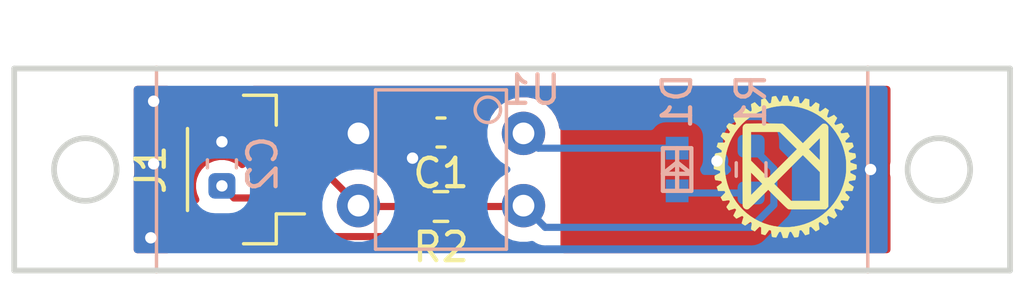
<source format=kicad_pcb>
(kicad_pcb (version 20171130) (host pcbnew "(5.1.6)-1")

  (general
    (thickness 0.8)
    (drawings 13)
    (tracks 36)
    (zones 0)
    (modules 8)
    (nets 6)
  )

  (page A4)
  (layers
    (0 F.Cu signal)
    (31 B.Cu signal)
    (32 B.Adhes user)
    (33 F.Adhes user)
    (34 B.Paste user)
    (35 F.Paste user)
    (36 B.SilkS user)
    (37 F.SilkS user)
    (38 B.Mask user)
    (39 F.Mask user)
    (40 Dwgs.User user)
    (41 Cmts.User user)
    (42 Eco1.User user)
    (43 Eco2.User user)
    (44 Edge.Cuts user)
    (45 Margin user)
    (46 B.CrtYd user)
    (47 F.CrtYd user)
    (48 B.Fab user)
    (49 F.Fab user)
  )

  (setup
    (last_trace_width 0.25)
    (trace_clearance 0.2)
    (zone_clearance 0.508)
    (zone_45_only no)
    (trace_min 0.2)
    (via_size 0.8)
    (via_drill 0.4)
    (via_min_size 0.4)
    (via_min_drill 0.3)
    (uvia_size 0.3)
    (uvia_drill 0.1)
    (uvias_allowed no)
    (uvia_min_size 0.2)
    (uvia_min_drill 0.1)
    (edge_width 0.05)
    (segment_width 0.2)
    (pcb_text_width 0.3)
    (pcb_text_size 1.5 1.5)
    (mod_edge_width 0.12)
    (mod_text_size 1 1)
    (mod_text_width 0.15)
    (pad_size 1.524 1.524)
    (pad_drill 0.762)
    (pad_to_mask_clearance 0.05)
    (aux_axis_origin 0 0)
    (visible_elements 7FFFFFFF)
    (pcbplotparams
      (layerselection 0x010fc_ffffffff)
      (usegerberextensions false)
      (usegerberattributes true)
      (usegerberadvancedattributes true)
      (creategerberjobfile true)
      (excludeedgelayer true)
      (linewidth 0.100000)
      (plotframeref false)
      (viasonmask false)
      (mode 1)
      (useauxorigin false)
      (hpglpennumber 1)
      (hpglpenspeed 20)
      (hpglpendiameter 15.000000)
      (psnegative false)
      (psa4output false)
      (plotreference true)
      (plotvalue true)
      (plotinvisibletext false)
      (padsonsilk false)
      (subtractmaskfromsilk false)
      (outputformat 1)
      (mirror false)
      (drillshape 1)
      (scaleselection 1)
      (outputdirectory ""))
  )

  (net 0 "")
  (net 1 GND)
  (net 2 +5V)
  (net 3 "Net-(D1-Pad1)")
  (net 4 "Net-(D1-Pad2)")
  (net 5 OUT)

  (net_class Default "This is the default net class."
    (clearance 0.2)
    (trace_width 0.25)
    (via_dia 0.8)
    (via_drill 0.4)
    (uvia_dia 0.3)
    (uvia_drill 0.1)
    (add_net +5V)
    (add_net GND)
    (add_net "Net-(D1-Pad1)")
    (add_net "Net-(D1-Pad2)")
    (add_net OUT)
  )

  (module Symbol:SH-Logo_5x5mm (layer F.Cu) (tedit 0) (tstamp 609BA298)
    (at 171.6 108.9)
    (fp_text reference G*** (at 0 0) (layer F.SilkS) hide
      (effects (font (size 1.524 1.524) (thickness 0.3)))
    )
    (fp_text value LOGO (at 0.75 0) (layer F.SilkS) hide
      (effects (font (size 1.524 1.524) (thickness 0.3)))
    )
    (fp_poly (pts (xy 0.110392 -2.393179) (xy 0.12568 -2.348714) (xy 0.138078 -2.317574) (xy 0.149328 -2.297366)
      (xy 0.161173 -2.285696) (xy 0.175352 -2.280169) (xy 0.193609 -2.278393) (xy 0.193912 -2.278383)
      (xy 0.202648 -2.280609) (xy 0.212374 -2.289261) (xy 0.224593 -2.306449) (xy 0.240806 -2.33428)
      (xy 0.262108 -2.374081) (xy 0.281317 -2.410336) (xy 0.298168 -2.441389) (xy 0.311044 -2.46431)
      (xy 0.318325 -2.476171) (xy 0.318951 -2.476942) (xy 0.328854 -2.478189) (xy 0.350146 -2.47692)
      (xy 0.378139 -2.473796) (xy 0.408147 -2.469477) (xy 0.435482 -2.464624) (xy 0.455455 -2.459897)
      (xy 0.462982 -2.456653) (xy 0.465555 -2.447616) (xy 0.470007 -2.425435) (xy 0.475773 -2.39317)
      (xy 0.482287 -2.35388) (xy 0.484236 -2.341602) (xy 0.501734 -2.230308) (xy 0.526375 -2.22538)
      (xy 0.547445 -2.221818) (xy 0.561507 -2.220452) (xy 0.569372 -2.226709) (xy 0.584619 -2.243724)
      (xy 0.60519 -2.268857) (xy 0.629026 -2.299473) (xy 0.654069 -2.332932) (xy 0.67826 -2.366598)
      (xy 0.697325 -2.394476) (xy 0.706922 -2.395576) (xy 0.728477 -2.39195) (xy 0.75848 -2.384274)
      (xy 0.773116 -2.379891) (xy 0.843936 -2.357811) (xy 0.843978 -2.242018) (xy 0.844019 -2.126226)
      (xy 0.874703 -2.113015) (xy 0.905387 -2.099805) (xy 0.988164 -2.181311) (xy 1.07094 -2.262817)
      (xy 1.138464 -2.228866) (xy 1.170549 -2.212211) (xy 1.190228 -2.200211) (xy 1.200033 -2.190789)
      (xy 1.202498 -2.181869) (xy 1.201772 -2.176958) (xy 1.198889 -2.16186) (xy 1.194286 -2.134613)
      (xy 1.188632 -2.099278) (xy 1.183416 -2.06537) (xy 1.169278 -1.971739) (xy 1.19301 -1.952749)
      (xy 1.210135 -1.940285) (xy 1.221902 -1.933926) (xy 1.223076 -1.933718) (xy 1.231663 -1.938289)
      (xy 1.250814 -1.950853) (xy 1.277931 -1.969636) (xy 1.310418 -1.992867) (xy 1.320213 -1.999994)
      (xy 1.411016 -2.06631) (xy 1.45317 -2.036851) (xy 1.478911 -2.018602) (xy 1.501756 -2.001964)
      (xy 1.513501 -1.993067) (xy 1.531679 -1.978742) (xy 1.463717 -1.76169) (xy 1.482996 -1.741168)
      (xy 1.49951 -1.727133) (xy 1.513655 -1.72069) (xy 1.514509 -1.720645) (xy 1.526051 -1.724324)
      (xy 1.548836 -1.734376) (xy 1.57972 -1.749329) (xy 1.61556 -1.767708) (xy 1.620867 -1.770509)
      (xy 1.714992 -1.820373) (xy 1.769028 -1.766297) (xy 1.823065 -1.71222) (xy 1.773904 -1.616151)
      (xy 1.755437 -1.580016) (xy 1.739739 -1.549207) (xy 1.728285 -1.526627) (xy 1.72255 -1.515176)
      (xy 1.722228 -1.514498) (xy 1.725634 -1.505545) (xy 1.737188 -1.489803) (xy 1.742712 -1.483429)
      (xy 1.76571 -1.457943) (xy 1.863649 -1.490972) (xy 1.902075 -1.50359) (xy 1.93565 -1.513984)
      (xy 1.960914 -1.521126) (xy 1.974405 -1.523987) (xy 1.974823 -1.524) (xy 1.984704 -1.517774)
      (xy 2.000526 -1.501651) (xy 2.019287 -1.47947) (xy 2.037985 -1.455065) (xy 2.053618 -1.432273)
      (xy 2.063185 -1.414931) (xy 2.064775 -1.40904) (xy 2.060176 -1.399673) (xy 2.047585 -1.379872)
      (xy 2.028804 -1.35234) (xy 2.005638 -1.319778) (xy 2.000034 -1.312075) (xy 1.935294 -1.223429)
      (xy 1.95239 -1.195505) (xy 1.963347 -1.177537) (xy 1.969736 -1.166927) (xy 1.970308 -1.165924)
      (xy 1.978202 -1.166524) (xy 1.999117 -1.16937) (xy 2.029912 -1.174008) (xy 2.067446 -1.179981)
      (xy 2.069162 -1.180261) (xy 2.108788 -1.186507) (xy 2.143654 -1.191601) (xy 2.169926 -1.195009)
      (xy 2.183581 -1.196198) (xy 2.194357 -1.191798) (xy 2.206976 -1.177291) (xy 2.223016 -1.150613)
      (xy 2.233284 -1.131144) (xy 2.2666 -1.066146) (xy 2.185505 -0.98505) (xy 2.104409 -0.903954)
      (xy 2.129487 -0.843936) (xy 2.358396 -0.843936) (xy 2.379553 -0.780408) (xy 2.38942 -0.749674)
      (xy 2.396831 -0.724478) (xy 2.400518 -0.709205) (xy 2.40071 -0.707344) (xy 2.394448 -0.699248)
      (xy 2.377273 -0.683662) (xy 2.351606 -0.662625) (xy 2.319865 -0.638179) (xy 2.309991 -0.630833)
      (xy 2.269429 -0.599983) (xy 2.242078 -0.576982) (xy 2.227169 -0.561124) (xy 2.223937 -0.551705)
      (xy 2.223959 -0.551647) (xy 2.228319 -0.534773) (xy 2.228771 -0.529862) (xy 2.231029 -0.517587)
      (xy 2.23896 -0.5079) (xy 2.254847 -0.499878) (xy 2.280969 -0.492599) (xy 2.319608 -0.485142)
      (xy 2.352917 -0.4797) (xy 2.462102 -0.462554) (xy 2.471991 -0.409487) (xy 2.478819 -0.372876)
      (xy 2.482186 -0.346429) (xy 2.480283 -0.327156) (xy 2.471298 -0.312069) (xy 2.453424 -0.298176)
      (xy 2.424849 -0.28249) (xy 2.383764 -0.262019) (xy 2.382275 -0.261277) (xy 2.281904 -0.211282)
      (xy 2.284659 -0.176763) (xy 2.287415 -0.142244) (xy 2.397321 -0.106285) (xy 2.507226 -0.070325)
      (xy 2.507226 0.079189) (xy 2.39742 0.11356) (xy 2.287615 0.147931) (xy 2.284759 0.183703)
      (xy 2.281904 0.219475) (xy 2.382275 0.26947) (xy 2.423359 0.289902) (xy 2.451954 0.305358)
      (xy 2.469937 0.31874) (xy 2.47919 0.332948) (xy 2.48159 0.350884) (xy 2.479017 0.37545)
      (xy 2.47335 0.409546) (xy 2.473281 0.409967) (xy 2.465989 0.444734) (xy 2.457866 0.464555)
      (xy 2.450749 0.470526) (xy 2.437697 0.473201) (xy 2.412227 0.477547) (xy 2.378149 0.482937)
      (xy 2.343355 0.488152) (xy 2.305261 0.494365) (xy 2.272863 0.500854) (xy 2.249786 0.506812)
      (xy 2.239931 0.511107) (xy 2.232025 0.525263) (xy 2.225888 0.546458) (xy 2.225867 0.546567)
      (xy 2.224464 0.557342) (xy 2.226057 0.566694) (xy 2.232586 0.576699) (xy 2.245991 0.589429)
      (xy 2.268212 0.606961) (xy 2.301188 0.631367) (xy 2.313764 0.640556) (xy 2.406526 0.708268)
      (xy 2.382402 0.780199) (xy 2.358278 0.852129) (xy 2.129487 0.852129) (xy 2.116977 0.882068)
      (xy 2.104468 0.912008) (xy 2.264868 1.073012) (xy 2.232826 1.138732) (xy 2.215168 1.17205)
      (xy 2.200211 1.194586) (xy 2.189383 1.20424) (xy 2.188086 1.20445) (xy 2.175443 1.20318)
      (xy 2.150221 1.199717) (xy 2.116001 1.194581) (xy 2.076364 1.188291) (xy 2.073835 1.187879)
      (xy 2.035237 1.181772) (xy 2.003062 1.177045) (xy 1.980438 1.174129) (xy 1.970498 1.173459)
      (xy 1.970312 1.173542) (xy 1.965237 1.181315) (xy 1.955067 1.197862) (xy 1.951823 1.203235)
      (xy 1.935303 1.230695) (xy 2.000039 1.31978) (xy 2.023864 1.353008) (xy 2.043741 1.381569)
      (xy 2.057883 1.402832) (xy 2.064503 1.414168) (xy 2.064775 1.415113) (xy 2.060223 1.425941)
      (xy 2.048435 1.4451) (xy 2.032204 1.468756) (xy 2.014328 1.493077) (xy 1.997603 1.514228)
      (xy 1.984825 1.528376) (xy 1.979453 1.532086) (xy 1.96867 1.529682) (xy 1.945517 1.523185)
      (xy 1.913217 1.513538) (xy 1.874994 1.501683) (xy 1.868129 1.499513) (xy 1.76571 1.467047)
      (xy 1.742577 1.490137) (xy 1.719444 1.513226) (xy 1.771074 1.616879) (xy 1.822704 1.720531)
      (xy 1.770426 1.773279) (xy 1.718147 1.826026) (xy 1.509761 1.721604) (xy 1.486814 1.745554)
      (xy 1.463868 1.769505) (xy 1.495113 1.870026) (xy 1.507151 1.908634) (xy 1.517569 1.941819)
      (xy 1.525334 1.966306) (xy 1.529411 1.978818) (xy 1.529608 1.97937) (xy 1.524763 1.987446)
      (xy 1.509397 2.002076) (xy 1.486635 2.020745) (xy 1.459606 2.040939) (xy 1.431437 2.060142)
      (xy 1.420942 2.066744) (xy 1.410359 2.064528) (xy 1.388764 2.053074) (xy 1.357911 2.033424)
      (xy 1.319553 2.006616) (xy 1.319308 2.006439) (xy 1.227591 1.940067) (xy 1.199634 1.955122)
      (xy 1.181114 1.968655) (xy 1.171951 1.982536) (xy 1.171678 1.98479) (xy 1.172924 1.998601)
      (xy 1.176242 2.024348) (xy 1.180998 2.057803) (xy 1.186557 2.094741) (xy 1.192288 2.130934)
      (xy 1.197557 2.162156) (xy 1.201102 2.181155) (xy 1.202235 2.192095) (xy 1.198747 2.201033)
      (xy 1.188035 2.210289) (xy 1.167495 2.222184) (xy 1.138264 2.23716) (xy 1.07094 2.27101)
      (xy 0.988164 2.189511) (xy 0.905387 2.108013) (xy 0.874662 2.120279) (xy 0.843936 2.132546)
      (xy 0.843936 2.364558) (xy 0.773644 2.387449) (xy 0.742471 2.397249) (xy 0.717913 2.404303)
      (xy 0.703559 2.407614) (xy 0.701342 2.407573) (xy 0.696065 2.400272) (xy 0.683033 2.382231)
      (xy 0.664084 2.355996) (xy 0.641057 2.324113) (xy 0.635722 2.316726) (xy 0.611382 2.284069)
      (xy 0.589686 2.256891) (xy 0.572728 2.237679) (xy 0.562603 2.228923) (xy 0.561564 2.228645)
      (xy 0.546283 2.230177) (xy 0.526348 2.233579) (xy 0.50168 2.238512) (xy 0.48388 2.350147)
      (xy 0.476808 2.391153) (xy 0.469758 2.426181) (xy 0.463433 2.452116) (xy 0.458537 2.465843)
      (xy 0.457491 2.467091) (xy 0.445052 2.470928) (xy 0.422126 2.475184) (xy 0.403002 2.477795)
      (xy 0.374009 2.481619) (xy 0.349362 2.485584) (xy 0.339288 2.487661) (xy 0.331439 2.487979)
      (xy 0.323421 2.483404) (xy 0.313712 2.471864) (xy 0.300791 2.45129) (xy 0.283135 2.419613)
      (xy 0.266795 2.389066) (xy 0.245115 2.34852) (xy 0.229252 2.320292) (xy 0.217461 2.302161)
      (xy 0.207999 2.291905) (xy 0.199121 2.287305) (xy 0.189082 2.286139) (xy 0.185946 2.286125)
      (xy 0.164943 2.287981) (xy 0.151182 2.292267) (xy 0.151178 2.29227) (xy 0.14559 2.301966)
      (xy 0.136421 2.324204) (xy 0.124865 2.355848) (xy 0.112116 2.393763) (xy 0.109884 2.400709)
      (xy 0.077187 2.503129) (xy 0.002391 2.505476) (xy -0.030857 2.505847) (xy -0.057375 2.50488)
      (xy -0.073297 2.502775) (xy -0.076068 2.501379) (xy -0.079913 2.491479) (xy -0.087683 2.469271)
      (xy -0.098251 2.438036) (xy -0.110494 2.401055) (xy -0.110607 2.400709) (xy -0.123312 2.363139)
      (xy -0.13498 2.330802) (xy -0.144306 2.30718) (xy -0.149927 2.295827) (xy -0.163881 2.288959)
      (xy -0.186543 2.287573) (xy -0.187299 2.287634) (xy -0.199365 2.289268) (xy -0.209204 2.293403)
      (xy -0.218724 2.302418) (xy -0.229833 2.318691) (xy -0.244438 2.344599) (xy -0.264447 2.382522)
      (xy -0.266383 2.386232) (xy -0.285257 2.422154) (xy -0.30149 2.452575) (xy -0.313557 2.47467)
      (xy -0.319931 2.485614) (xy -0.320395 2.486223) (xy -0.329553 2.486691) (xy -0.350181 2.484802)
      (xy -0.377649 2.481254) (xy -0.407327 2.476746) (xy -0.434584 2.471978) (xy -0.454792 2.467647)
      (xy -0.463158 2.464669) (xy -0.465746 2.455628) (xy -0.470227 2.433448) (xy -0.476032 2.401191)
      (xy -0.482591 2.36192) (xy -0.484532 2.349787) (xy -0.502136 2.238675) (xy -0.535793 2.231477)
      (xy -0.569451 2.224279) (xy -0.633384 2.312278) (xy -0.65756 2.345203) (xy -0.678563 2.373148)
      (xy -0.6944 2.393511) (xy -0.703081 2.403689) (xy -0.70379 2.404278) (xy -0.714024 2.403698)
      (xy -0.735737 2.398698) (xy -0.764936 2.390255) (xy -0.7771 2.386368) (xy -0.843935 2.364458)
      (xy -0.843935 2.132546) (xy -0.874661 2.120279) (xy -0.905387 2.108013) (xy -0.988163 2.189511)
      (xy -1.070939 2.27101) (xy -1.138019 2.237283) (xy -1.169535 2.221184) (xy -1.188984 2.209853)
      (xy -1.198982 2.200781) (xy -1.202146 2.191461) (xy -1.201093 2.179386) (xy -1.200733 2.177181)
      (xy -1.197395 2.157094) (xy -1.192274 2.12635) (xy -1.186285 2.090455) (xy -1.184048 2.077064)
      (xy -1.177113 2.034302) (xy -1.173388 2.004628) (xy -1.173268 1.984989) (xy -1.17715 1.972329)
      (xy -1.185431 1.963595) (xy -1.198508 1.95573) (xy -1.199903 1.954977) (xy -1.22813 1.939776)
      (xy -1.312565 2.000897) (xy -1.345299 2.024493) (xy -1.373612 2.044717) (xy -1.394655 2.059545)
      (xy -1.405576 2.066955) (xy -1.405996 2.067207) (xy -1.415611 2.064816) (xy -1.434604 2.054981)
      (xy -1.459224 2.040067) (xy -1.485724 2.022439) (xy -1.510353 2.004464) (xy -1.526462 1.991182)
      (xy -1.526462 1.981663) (xy -1.521927 1.959627) (xy -1.513599 1.928066) (xy -1.502221 1.889977)
      (xy -1.498301 1.877657) (xy -1.463582 1.770026) (xy -1.482929 1.749432) (xy -1.499067 1.735405)
      (xy -1.512394 1.728895) (xy -1.513264 1.728838) (xy -1.524367 1.732353) (xy -1.546951 1.741969)
      (xy -1.577919 1.756293) (xy -1.61418 1.773932) (xy -1.621196 1.777435) (xy -1.718141 1.826032)
      (xy -1.770422 1.773281) (xy -1.822704 1.720531) (xy -1.771073 1.616879) (xy -1.719443 1.513226)
      (xy -1.742576 1.490137) (xy -1.765709 1.467047) (xy -1.868129 1.499513) (xy -1.906972 1.511643)
      (xy -1.940372 1.521729) (xy -1.965128 1.52883) (xy -1.978041 1.532004) (xy -1.978838 1.532086)
      (xy -1.987103 1.52591) (xy -2.001441 1.509832) (xy -2.018996 1.487692) (xy -2.036915 1.463329)
      (xy -2.052343 1.440584) (xy -2.062426 1.423295) (xy -2.064774 1.416486) (xy -2.060183 1.406939)
      (xy -2.047636 1.387032) (xy -2.028971 1.359541) (xy -2.006026 1.327245) (xy -2.002478 1.322361)
      (xy -1.975001 1.283766) (xy -1.956916 1.255191) (xy -1.947382 1.233854) (xy -1.94556 1.216975)
      (xy -1.95061 1.201775) (xy -1.961274 1.186008) (xy -1.966539 1.180457) (xy -1.97386 1.177187)
      (xy -1.985984 1.176277) (xy -2.005658 1.177806) (xy -2.035629 1.181854) (xy -2.078645 1.188501)
      (xy -2.085649 1.189609) (xy -2.129921 1.196066) (xy -2.165536 1.200146) (xy -2.190138 1.201641)
      (xy -2.201372 1.200343) (xy -2.201773 1.199859) (xy -2.206801 1.189414) (xy -2.217583 1.168635)
      (xy -2.232011 1.141567) (xy -2.235662 1.134806) (xy -2.26671 1.077451) (xy -2.185587 0.994734)
      (xy -2.104463 0.912018) (xy -2.116975 0.882073) (xy -2.129486 0.852129) (xy -2.358278 0.852129)
      (xy -2.4066 0.708047) (xy -2.313557 0.640051) (xy -2.276678 0.612847) (xy -2.25126 0.593139)
      (xy -2.235381 0.578965) (xy -2.227121 0.568361) (xy -2.224559 0.559365) (xy -2.225713 0.550269)
      (xy -2.230802 0.531455) (xy -2.237448 0.518053) (xy -2.248472 0.508602) (xy -2.266697 0.501641)
      (xy -2.294944 0.495706) (xy -2.336037 0.489336) (xy -2.346193 0.48786) (xy -2.385671 0.481843)
      (xy -2.419365 0.47615) (xy -2.443885 0.471393) (xy -2.455844 0.468183) (xy -2.456173 0.468001)
      (xy -2.461177 0.457995) (xy -2.467227 0.436526) (xy -2.473351 0.408392) (xy -2.478576 0.378393)
      (xy -2.481929 0.351326) (xy -2.482645 0.337376) (xy -2.480087 0.328693) (xy -2.471002 0.31905)
      (xy -2.453275 0.307004) (xy -2.424787 0.291113) (xy -2.384322 0.270387) (xy -2.286 0.221099)
      (xy -2.286 0.149053) (xy -2.396613 0.11411) (xy -2.507225 0.079167) (xy -2.507225 -0.000986)
      (xy -2.129306 -0.000986) (xy -2.124889 0.117235) (xy -2.114163 0.229419) (xy -2.084149 0.415218)
      (xy -2.039373 0.595074) (xy -1.980442 0.768327) (xy -1.90796 0.934317) (xy -1.82253 1.092386)
      (xy -1.724759 1.241874) (xy -1.61525 1.382122) (xy -1.494608 1.51247) (xy -1.363438 1.632259)
      (xy -1.222344 1.740831) (xy -1.07193 1.837525) (xy -0.912802 1.921682) (xy -0.745564 1.992643)
      (xy -0.57082 2.049748) (xy -0.409549 2.08837) (xy -0.226048 2.117065) (xy -0.04304 2.129883)
      (xy 0.138393 2.126789) (xy 0.303661 2.109766) (xy 0.49184 2.074567) (xy 0.672635 2.024809)
      (xy 0.845929 1.960528) (xy 1.009966 1.882633) (xy 1.17169 1.787824) (xy 1.322794 1.680781)
      (xy 1.462839 1.562109) (xy 1.591389 1.432414) (xy 1.708005 1.292301) (xy 1.812251 1.142375)
      (xy 1.903688 0.983241) (xy 1.98188 0.815505) (xy 2.046388 0.639772) (xy 2.096775 0.456646)
      (xy 2.119186 0.348226) (xy 2.125888 0.310543) (xy 2.131107 0.277851) (xy 2.135025 0.247256)
      (xy 2.137828 0.215863) (xy 2.139698 0.18078) (xy 2.14082 0.139112) (xy 2.141376 0.087966)
      (xy 2.141552 0.024447) (xy 2.141556 -0.004097) (xy 2.141443 -0.07343) (xy 2.141013 -0.129324)
      (xy 2.14008 -0.174723) (xy 2.138458 -0.212576) (xy 2.135962 -0.245827) (xy 2.132405 -0.277425)
      (xy 2.127601 -0.310314) (xy 2.121365 -0.347442) (xy 2.119069 -0.360516) (xy 2.078505 -0.544789)
      (xy 2.023356 -0.722642) (xy 1.95419 -0.893379) (xy 1.871578 -1.056303) (xy 1.776088 -1.210719)
      (xy 1.668289 -1.355928) (xy 1.54875 -1.491236) (xy 1.41804 -1.615946) (xy 1.276729 -1.72936)
      (xy 1.125385 -1.830784) (xy 0.964578 -1.91952) (xy 0.794876 -1.994872) (xy 0.778387 -2.00128)
      (xy 0.602843 -2.060179) (xy 0.425354 -2.103247) (xy 0.246822 -2.130776) (xy 0.068149 -2.143058)
      (xy -0.109763 -2.140385) (xy -0.286013 -2.123047) (xy -0.459699 -2.091338) (xy -0.629918 -2.045548)
      (xy -0.79577 -1.98597) (xy -0.956352 -1.912896) (xy -1.110763 -1.826617) (xy -1.258101 -1.727424)
      (xy -1.397464 -1.615611) (xy -1.527949 -1.491468) (xy -1.648657 -1.355287) (xy -1.758684 -1.20736)
      (xy -1.781543 -1.172999) (xy -1.876166 -1.012904) (xy -1.955962 -0.845844) (xy -2.020912 -0.671874)
      (xy -2.070995 -0.491048) (xy -2.106193 -0.303421) (xy -2.114167 -0.243141) (xy -2.125732 -0.118687)
      (xy -2.129306 -0.000986) (xy -2.507225 -0.000986) (xy -2.507225 -0.070325) (xy -2.396613 -0.106516)
      (xy -2.286 -0.142708) (xy -2.286 -0.212906) (xy -2.385222 -0.262645) (xy -2.484444 -0.312383)
      (xy -2.478833 -0.364775) (xy -2.474883 -0.402351) (xy -2.470691 -0.428965) (xy -2.46366 -0.446976)
      (xy -2.451193 -0.458741) (xy -2.430691 -0.466617) (xy -2.399557 -0.472961) (xy -2.355193 -0.480131)
      (xy -2.350968 -0.480815) (xy -2.310712 -0.487377) (xy -2.276813 -0.492939) (xy -2.252266 -0.497009)
      (xy -2.240066 -0.499092) (xy -2.239272 -0.499251) (xy -2.234335 -0.50791) (xy -2.229886 -0.526103)
      (xy -2.227001 -0.546986) (xy -2.226756 -0.563716) (xy -2.22832 -0.568908) (xy -2.237509 -0.576795)
      (xy -2.257273 -0.592022) (xy -2.2848 -0.612472) (xy -2.31728 -0.636029) (xy -2.320836 -0.638577)
      (xy -2.405975 -0.699509) (xy -2.384113 -0.769674) (xy -2.362252 -0.839839) (xy -2.245774 -0.842115)
      (xy -2.129295 -0.844392) (xy -2.116879 -0.874108) (xy -2.104463 -0.903825) (xy -2.186568 -0.986541)
      (xy -2.268674 -1.069258) (xy -2.234321 -1.132632) (xy -2.21493 -1.166178) (xy -2.200017 -1.186401)
      (xy -2.188046 -1.195218) (xy -2.18358 -1.195983) (xy -2.16933 -1.194703) (xy -2.142757 -1.191237)
      (xy -2.1077 -1.186118) (xy -2.069199 -1.180077) (xy -2.031446 -1.1741) (xy -2.000295 -1.169437)
      (xy -1.978889 -1.16654) (xy -1.970374 -1.165861) (xy -1.970345 -1.165887) (xy -1.965956 -1.173238)
      (xy -1.956065 -1.189495) (xy -1.95239 -1.195505) (xy -1.935294 -1.223429) (xy -2.000034 -1.312075)
      (xy -2.023935 -1.345392) (xy -2.043854 -1.374285) (xy -2.057988 -1.396051) (xy -2.064532 -1.407989)
      (xy -2.064774 -1.40904) (xy -2.059902 -1.421668) (xy -2.047287 -1.441889) (xy -2.029931 -1.465866)
      (xy -2.010835 -1.489762) (xy -1.993001 -1.509742) (xy -1.979432 -1.521969) (xy -1.974823 -1.524)
      (xy -1.962296 -1.521481) (xy -1.937751 -1.514608) (xy -1.90465 -1.504411) (xy -1.866454 -1.491916)
      (xy -1.863648 -1.490972) (xy -1.765709 -1.457943) (xy -1.720781 -1.507719) (xy -1.822811 -1.712553)
      (xy -1.769471 -1.765893) (xy -1.716132 -1.819233) (xy -1.620075 -1.769384) (xy -1.576962 -1.747577)
      (xy -1.545319 -1.733496) (xy -1.52242 -1.726681) (xy -1.505538 -1.726673) (xy -1.491947 -1.733013)
      (xy -1.47892 -1.745243) (xy -1.478621 -1.745574) (xy -1.472771 -1.752964) (xy -1.469822 -1.761275)
      (xy -1.470196 -1.773448) (xy -1.474314 -1.792425) (xy -1.482598 -1.821148) (xy -1.495332 -1.862123)
      (xy -1.507457 -1.90067) (xy -1.51792 -1.933817) (xy -1.525682 -1.958279) (xy -1.529704 -1.970776)
      (xy -1.529885 -1.971311) (xy -1.5249 -1.978767) (xy -1.510139 -1.992928) (xy -1.489144 -2.01095)
      (xy -1.465458 -2.02999) (xy -1.44262 -2.047202) (xy -1.424173 -2.059743) (xy -1.413659 -2.064769)
      (xy -1.413499 -2.064774) (xy -1.40591 -2.060223) (xy -1.387626 -2.047743) (xy -1.361168 -2.029094)
      (xy -1.329057 -2.006039) (xy -1.319403 -1.999039) (xy -1.228942 -1.933303) (xy -1.203985 -1.946209)
      (xy -1.185624 -1.958259) (xy -1.174876 -1.970022) (xy -1.174575 -1.970719) (xy -1.174127 -1.983086)
      (xy -1.17622 -2.008324) (xy -1.180422 -2.04319) (xy -1.186306 -2.084438) (xy -1.19344 -2.128824)
      (xy -1.201367 -2.172962) (xy -1.202346 -2.183922) (xy -1.198691 -2.192908) (xy -1.187787 -2.202239)
      (xy -1.16702 -2.214237) (xy -1.138268 -2.228965) (xy -1.070949 -2.262812) (xy -0.990656 -2.182821)
      (xy -0.910363 -2.102829) (xy -0.877149 -2.113791) (xy -0.843935 -2.124752) (xy -0.843935 -2.358751)
      (xy -0.773445 -2.380251) (xy -0.742164 -2.38947) (xy -0.717576 -2.396107) (xy -0.703286 -2.399218)
      (xy -0.701144 -2.399183) (xy -0.695943 -2.39196) (xy -0.682973 -2.373983) (xy -0.664059 -2.347781)
      (xy -0.641027 -2.315883) (xy -0.635333 -2.307999) (xy -0.571334 -2.219386) (xy -0.537619 -2.224951)
      (xy -0.51656 -2.22863) (xy -0.504146 -2.231186) (xy -0.502856 -2.23163) (xy -0.501259 -2.239656)
      (xy -0.497609 -2.260891) (xy -0.492403 -2.292359) (xy -0.486139 -2.33108) (xy -0.48426 -2.342832)
      (xy -0.477581 -2.383352) (xy -0.471497 -2.417726) (xy -0.466585 -2.442879) (xy -0.46342 -2.455732)
      (xy -0.462944 -2.45669) (xy -0.453918 -2.459607) (xy -0.433496 -2.46427) (xy -0.406449 -2.46976)
      (xy -0.37755 -2.475159) (xy -0.351571 -2.479547) (xy -0.333285 -2.482006) (xy -0.330408 -2.482214)
      (xy -0.323314 -2.475509) (xy -0.310413 -2.456795) (xy -0.293332 -2.428669) (xy -0.273699 -2.393727)
      (xy -0.266451 -2.380226) (xy -0.243943 -2.338579) (xy -0.227096 -2.309633) (xy -0.214451 -2.291329)
      (xy -0.204545 -2.281609) (xy -0.195917 -2.278417) (xy -0.194139 -2.278383) (xy -0.17573 -2.280107)
      (xy -0.161454 -2.285529) (xy -0.149567 -2.297041) (xy -0.13832 -2.317037) (xy -0.125969 -2.347911)
      (xy -0.110766 -2.392057) (xy -0.110392 -2.393179) (xy -0.076464 -2.494936) (xy 0.076465 -2.494936)
      (xy 0.110392 -2.393179)) (layer F.SilkS) (width 0.01))
    (fp_poly (pts (xy -0.651644 -1.516105) (xy -0.562649 -1.515823) (xy -0.476902 -1.515351) (xy -0.396037 -1.514691)
      (xy -0.321692 -1.513843) (xy -0.255502 -1.512805) (xy -0.199104 -1.511579) (xy -0.154133 -1.510164)
      (xy -0.122226 -1.50856) (xy -0.105019 -1.506768) (xy -0.104871 -1.506737) (xy -0.09556 -1.50463)
      (xy -0.086624 -1.501816) (xy -0.077075 -1.497399) (xy -0.065924 -1.490481) (xy -0.052184 -1.480167)
      (xy -0.034866 -1.46556) (xy -0.012984 -1.445762) (xy 0.014452 -1.419878) (xy 0.048429 -1.387011)
      (xy 0.089935 -1.346263) (xy 0.139958 -1.296739) (xy 0.199486 -1.237542) (xy 0.269507 -1.167775)
      (xy 0.27871 -1.158602) (xy 0.61887 -0.819536) (xy 0.95058 -1.151819) (xy 1.012128 -1.213279)
      (xy 1.070799 -1.271494) (xy 1.125476 -1.32538) (xy 1.175039 -1.373851) (xy 1.218372 -1.415823)
      (xy 1.254354 -1.450212) (xy 1.28187 -1.475932) (xy 1.299799 -1.4919) (xy 1.306244 -1.496803)
      (xy 1.337799 -1.506608) (xy 1.375958 -1.508876) (xy 1.412781 -1.503613) (xy 1.431234 -1.496687)
      (xy 1.465641 -1.471786) (xy 1.492996 -1.438405) (xy 1.50937 -1.401704) (xy 1.5115 -1.391201)
      (xy 1.512028 -1.37929) (xy 1.512512 -1.351867) (xy 1.51295 -1.309808) (xy 1.513342 -1.253987)
      (xy 1.513686 -1.185279) (xy 1.51398 -1.104561) (xy 1.514222 -1.012707) (xy 1.514411 -0.910591)
      (xy 1.514545 -0.799091) (xy 1.514622 -0.67908) (xy 1.514642 -0.551433) (xy 1.514602 -0.417027)
      (xy 1.514501 -0.276736) (xy 1.514336 -0.131435) (xy 1.514108 0.018001) (xy 1.514102 0.021085)
      (xy 1.51171 1.398202) (xy 1.491965 1.427017) (xy 1.471292 1.451416) (xy 1.446624 1.473286)
      (xy 1.443409 1.475577) (xy 1.414598 1.495322) (xy 0.780596 1.497567) (xy 0.648074 1.497943)
      (xy 0.531436 1.498075) (xy 0.430178 1.497955) (xy 0.343799 1.49758) (xy 0.271797 1.496944)
      (xy 0.213668 1.496041) (xy 0.168911 1.494867) (xy 0.137023 1.493417) (xy 0.117502 1.491686)
      (xy 0.112216 1.490711) (xy 0.103719 1.487619) (xy 0.093457 1.481958) (xy 0.080487 1.472848)
      (xy 0.063863 1.459414) (xy 0.042644 1.440777) (xy 0.015884 1.416061) (xy -0.01736 1.384387)
      (xy -0.058032 1.344879) (xy -0.107075 1.296659) (xy -0.165434 1.23885) (xy -0.234052 1.170574)
      (xy -0.260239 1.144469) (xy -0.598317 0.807327) (xy -0.93211 1.140793) (xy -1.015105 1.223419)
      (xy -1.08702 1.294392) (xy -1.148077 1.353924) (xy -1.198501 1.402226) (xy -1.238512 1.439511)
      (xy -1.268335 1.46599) (xy -1.288193 1.481875) (xy -1.296366 1.486839) (xy -1.335841 1.497828)
      (xy -1.373202 1.495487) (xy -1.405532 1.484018) (xy -1.446329 1.457028) (xy -1.475293 1.418946)
      (xy -1.490495 1.376352) (xy -1.491689 1.362581) (xy -1.492802 1.333486) (xy -1.493834 1.290132)
      (xy -1.494785 1.233583) (xy -1.495656 1.164902) (xy -1.496446 1.085153) (xy -1.497155 0.995399)
      (xy -1.497784 0.896705) (xy -1.498332 0.790134) (xy -1.4988 0.676751) (xy -1.499048 0.60024)
      (xy -1.204451 0.60024) (xy -1.204409 0.679392) (xy -1.204289 0.753331) (xy -1.204099 0.820487)
      (xy -1.203847 0.879287) (xy -1.203542 0.92816) (xy -1.203191 0.965536) (xy -1.202804 0.989844)
      (xy -1.202388 0.999511) (xy -1.20234 0.999613) (xy -1.196266 0.994032) (xy -1.179963 0.978173)
      (xy -1.154771 0.953364) (xy -1.12203 0.920933) (xy -1.083081 0.882205) (xy -1.039265 0.83851)
      (xy -1.001598 0.800857) (xy -0.803025 0.60216) (xy -0.393274 0.60216) (xy -0.092211 0.903306)
      (xy 0.208853 1.204451) (xy 1.220839 1.204451) (xy 1.220839 0.19263) (xy 0.919759 -0.108532)
      (xy 0.618679 -0.409695) (xy 0.112703 0.096233) (xy -0.393274 0.60216) (xy -0.803025 0.60216)
      (xy -0.802966 0.602101) (xy -1.003709 0.401484) (xy -1.204451 0.200867) (xy -1.204451 0.60024)
      (xy -1.499048 0.60024) (xy -1.499187 0.557618) (xy -1.499494 0.4338) (xy -1.49972 0.30636)
      (xy -1.499867 0.176362) (xy -1.499933 0.04487) (xy -1.499919 -0.087052) (xy -1.499825 -0.218341)
      (xy -1.49965 -0.347933) (xy -1.499396 -0.474764) (xy -1.499062 -0.59777) (xy -1.498648 -0.715887)
      (xy -1.498154 -0.828052) (xy -1.49758 -0.933201) (xy -1.496927 -1.030271) (xy -1.496194 -1.118196)
      (xy -1.495381 -1.195915) (xy -1.495047 -1.220839) (xy -1.204451 -1.220839) (xy -1.204451 -0.209018)
      (xy -0.90338 0.092136) (xy -0.845419 0.150035) (xy -0.79097 0.204276) (xy -0.741125 0.25378)
      (xy -0.696978 0.297469) (xy -0.659622 0.334265) (xy -0.63015 0.363089) (xy -0.609655 0.382862)
      (xy -0.599231 0.392505) (xy -0.598145 0.39329) (xy -0.591863 0.38763) (xy -0.574844 0.371203)
      (xy -0.547928 0.344844) (xy -0.511956 0.309386) (xy -0.467766 0.26566) (xy -0.416199 0.2145)
      (xy -0.358094 0.15674) (xy -0.294291 0.093211) (xy -0.225629 0.024747) (xy -0.152949 -0.047819)
      (xy -0.090137 -0.110605) (xy 0.413708 -0.6145) (xy 0.41365 -0.614559) (xy 0.823537 -0.614559)
      (xy 1.020076 -0.417893) (xy 1.066566 -0.371432) (xy 1.109256 -0.328885) (xy 1.146797 -0.291585)
      (xy 1.177842 -0.260868) (xy 1.201044 -0.238067) (xy 1.215054 -0.224516) (xy 1.218727 -0.221226)
      (xy 1.219147 -0.229156) (xy 1.21954 -0.251895) (xy 1.219897 -0.287861) (xy 1.220208 -0.335477)
      (xy 1.220467 -0.393163) (xy 1.220664 -0.45934) (xy 1.220791 -0.532429) (xy 1.220839 -0.610849)
      (xy 1.220839 -1.011861) (xy 0.823537 -0.614559) (xy 0.41365 -0.614559) (xy 0.110621 -0.917669)
      (xy -0.192465 -1.220839) (xy -1.204451 -1.220839) (xy -1.495047 -1.220839) (xy -1.494488 -1.262362)
      (xy -1.493516 -1.316474) (xy -1.492465 -1.357188) (xy -1.491334 -1.383439) (xy -1.490361 -1.393364)
      (xy -1.47279 -1.43872) (xy -1.442638 -1.474679) (xy -1.401989 -1.499158) (xy -1.376977 -1.506749)
      (xy -1.360246 -1.508544) (xy -1.328765 -1.51015) (xy -1.28417 -1.511567) (xy -1.228097 -1.512796)
      (xy -1.162183 -1.513835) (xy -1.088063 -1.514686) (xy -1.007374 -1.515347) (xy -0.921751 -1.51582)
      (xy -0.832831 -1.516104) (xy -0.74225 -1.516199) (xy -0.651644 -1.516105)) (layer F.SilkS) (width 0.01))
  )

  (module Capacitor_SMD:C_0603_1608Metric (layer B.Cu) (tedit 5F68FEEE) (tstamp 609BA03D)
    (at 151.8 108.8 90)
    (descr "Capacitor SMD 0603 (1608 Metric), square (rectangular) end terminal, IPC_7351 nominal, (Body size source: IPC-SM-782 page 76, https://www.pcb-3d.com/wordpress/wp-content/uploads/ipc-sm-782a_amendment_1_and_2.pdf), generated with kicad-footprint-generator")
    (tags capacitor)
    (path /6110F7F0)
    (attr smd)
    (fp_text reference C2 (at 0 1.43 90) (layer B.SilkS)
      (effects (font (size 1 1) (thickness 0.15)) (justify mirror))
    )
    (fp_text value 1u (at 0 -1.43 90) (layer B.Fab)
      (effects (font (size 1 1) (thickness 0.15)) (justify mirror))
    )
    (fp_text user %R (at 0 0 90) (layer B.Fab)
      (effects (font (size 0.4 0.4) (thickness 0.06)) (justify mirror))
    )
    (fp_line (start -0.8 -0.4) (end -0.8 0.4) (layer B.Fab) (width 0.1))
    (fp_line (start -0.8 0.4) (end 0.8 0.4) (layer B.Fab) (width 0.1))
    (fp_line (start 0.8 0.4) (end 0.8 -0.4) (layer B.Fab) (width 0.1))
    (fp_line (start 0.8 -0.4) (end -0.8 -0.4) (layer B.Fab) (width 0.1))
    (fp_line (start -0.14058 0.51) (end 0.14058 0.51) (layer B.SilkS) (width 0.12))
    (fp_line (start -0.14058 -0.51) (end 0.14058 -0.51) (layer B.SilkS) (width 0.12))
    (fp_line (start -1.48 -0.73) (end -1.48 0.73) (layer B.CrtYd) (width 0.05))
    (fp_line (start -1.48 0.73) (end 1.48 0.73) (layer B.CrtYd) (width 0.05))
    (fp_line (start 1.48 0.73) (end 1.48 -0.73) (layer B.CrtYd) (width 0.05))
    (fp_line (start 1.48 -0.73) (end -1.48 -0.73) (layer B.CrtYd) (width 0.05))
    (pad 2 smd roundrect (at 0.775 0 90) (size 0.9 0.95) (layers B.Cu B.Paste B.Mask) (roundrect_rratio 0.25)
      (net 1 GND))
    (pad 1 smd roundrect (at -0.775 0 90) (size 0.9 0.95) (layers B.Cu B.Paste B.Mask) (roundrect_rratio 0.25)
      (net 2 +5V))
    (model ${KISYS3DMOD}/Capacitor_SMD.3dshapes/C_0603_1608Metric.wrl
      (at (xyz 0 0 0))
      (scale (xyz 1 1 1))
      (rotate (xyz 0 0 0))
    )
  )

  (module OptoDevice:S7136 (layer B.Cu) (tedit 609A4988) (tstamp 609AAA3F)
    (at 159.5 109 180)
    (path /60AADEB3)
    (fp_text reference U1 (at -3.2 2.8) (layer B.SilkS)
      (effects (font (size 1 1) (thickness 0.15)) (justify mirror))
    )
    (fp_text value S7136 (at -4.53 5.11) (layer B.Fab)
      (effects (font (size 1 1) (thickness 0.15)) (justify mirror))
    )
    (fp_line (start -2.3 2.8) (end 2.3 2.8) (layer B.SilkS) (width 0.12))
    (fp_line (start 2.3 2.8) (end 2.3 -2.8) (layer B.SilkS) (width 0.12))
    (fp_line (start 2.3 -2.8) (end -2.3 -2.8) (layer B.SilkS) (width 0.12))
    (fp_line (start -2.3 -2.8) (end -2.3 2.8) (layer B.SilkS) (width 0.12))
    (fp_circle (center -1.647213 2.1) (end -1.447213 1.7) (layer B.SilkS) (width 0.12))
    (pad 4 thru_hole circle (at 2.9 1.27 180) (size 1.524 1.524) (drill 0.762) (layers *.Cu *.Mask)
      (net 1 GND))
    (pad 3 thru_hole circle (at 2.9 -1.27 180) (size 1.524 1.524) (drill 0.762) (layers *.Cu *.Mask)
      (net 5 OUT))
    (pad 2 thru_hole circle (at -2.9 -1.27 180) (size 1.524 1.524) (drill 0.762) (layers *.Cu *.Mask)
      (net 2 +5V))
    (pad 1 thru_hole circle (at -2.9 1.27 180) (size 1.524 1.524) (drill 0.762) (layers *.Cu *.Mask)
      (net 3 "Net-(D1-Pad1)"))
  )

  (module Resistor_SMD:R_0603_1608Metric (layer F.Cu) (tedit 5F68FEEE) (tstamp 609AAA32)
    (at 159.5 110.3 180)
    (descr "Resistor SMD 0603 (1608 Metric), square (rectangular) end terminal, IPC_7351 nominal, (Body size source: IPC-SM-782 page 72, https://www.pcb-3d.com/wordpress/wp-content/uploads/ipc-sm-782a_amendment_1_and_2.pdf), generated with kicad-footprint-generator")
    (tags resistor)
    (path /60AB4578)
    (attr smd)
    (fp_text reference R2 (at 0 -1.43) (layer F.SilkS)
      (effects (font (size 1 1) (thickness 0.15)))
    )
    (fp_text value 10k (at 0 1.43) (layer F.Fab)
      (effects (font (size 1 1) (thickness 0.15)))
    )
    (fp_line (start -0.8 0.4125) (end -0.8 -0.4125) (layer F.Fab) (width 0.1))
    (fp_line (start -0.8 -0.4125) (end 0.8 -0.4125) (layer F.Fab) (width 0.1))
    (fp_line (start 0.8 -0.4125) (end 0.8 0.4125) (layer F.Fab) (width 0.1))
    (fp_line (start 0.8 0.4125) (end -0.8 0.4125) (layer F.Fab) (width 0.1))
    (fp_line (start -0.237258 -0.5225) (end 0.237258 -0.5225) (layer F.SilkS) (width 0.12))
    (fp_line (start -0.237258 0.5225) (end 0.237258 0.5225) (layer F.SilkS) (width 0.12))
    (fp_line (start -1.48 0.73) (end -1.48 -0.73) (layer F.CrtYd) (width 0.05))
    (fp_line (start -1.48 -0.73) (end 1.48 -0.73) (layer F.CrtYd) (width 0.05))
    (fp_line (start 1.48 -0.73) (end 1.48 0.73) (layer F.CrtYd) (width 0.05))
    (fp_line (start 1.48 0.73) (end -1.48 0.73) (layer F.CrtYd) (width 0.05))
    (fp_text user %R (at 0 0) (layer F.Fab)
      (effects (font (size 0.4 0.4) (thickness 0.06)))
    )
    (pad 2 smd roundrect (at 0.825 0 180) (size 0.8 0.95) (layers F.Cu F.Paste F.Mask) (roundrect_rratio 0.25)
      (net 5 OUT))
    (pad 1 smd roundrect (at -0.825 0 180) (size 0.8 0.95) (layers F.Cu F.Paste F.Mask) (roundrect_rratio 0.25)
      (net 2 +5V))
    (model ${KISYS3DMOD}/Resistor_SMD.3dshapes/R_0603_1608Metric.wrl
      (at (xyz 0 0 0))
      (scale (xyz 1 1 1))
      (rotate (xyz 0 0 0))
    )
  )

  (module Resistor_SMD:R_0603_1608Metric (layer B.Cu) (tedit 5F68FEEE) (tstamp 609AAA21)
    (at 170.4 109 270)
    (descr "Resistor SMD 0603 (1608 Metric), square (rectangular) end terminal, IPC_7351 nominal, (Body size source: IPC-SM-782 page 72, https://www.pcb-3d.com/wordpress/wp-content/uploads/ipc-sm-782a_amendment_1_and_2.pdf), generated with kicad-footprint-generator")
    (tags resistor)
    (path /60AB1410)
    (attr smd)
    (fp_text reference R1 (at -2.4 0 270) (layer B.SilkS)
      (effects (font (size 1 1) (thickness 0.15)) (justify mirror))
    )
    (fp_text value 330 (at 0 -1.43 270) (layer B.Fab)
      (effects (font (size 1 1) (thickness 0.15)) (justify mirror))
    )
    (fp_line (start -0.8 -0.4125) (end -0.8 0.4125) (layer B.Fab) (width 0.1))
    (fp_line (start -0.8 0.4125) (end 0.8 0.4125) (layer B.Fab) (width 0.1))
    (fp_line (start 0.8 0.4125) (end 0.8 -0.4125) (layer B.Fab) (width 0.1))
    (fp_line (start 0.8 -0.4125) (end -0.8 -0.4125) (layer B.Fab) (width 0.1))
    (fp_line (start -0.237258 0.5225) (end 0.237258 0.5225) (layer B.SilkS) (width 0.12))
    (fp_line (start -0.237258 -0.5225) (end 0.237258 -0.5225) (layer B.SilkS) (width 0.12))
    (fp_line (start -1.48 -0.73) (end -1.48 0.73) (layer B.CrtYd) (width 0.05))
    (fp_line (start -1.48 0.73) (end 1.48 0.73) (layer B.CrtYd) (width 0.05))
    (fp_line (start 1.48 0.73) (end 1.48 -0.73) (layer B.CrtYd) (width 0.05))
    (fp_line (start 1.48 -0.73) (end -1.48 -0.73) (layer B.CrtYd) (width 0.05))
    (fp_text user %R (at 0 0 270) (layer B.Fab)
      (effects (font (size 0.4 0.4) (thickness 0.06)) (justify mirror))
    )
    (pad 2 smd roundrect (at 0.825 0 270) (size 0.8 0.95) (layers B.Cu B.Paste B.Mask) (roundrect_rratio 0.25)
      (net 4 "Net-(D1-Pad2)"))
    (pad 1 smd roundrect (at -0.825 0 270) (size 0.8 0.95) (layers B.Cu B.Paste B.Mask) (roundrect_rratio 0.25)
      (net 2 +5V))
    (model ${KISYS3DMOD}/Resistor_SMD.3dshapes/R_0603_1608Metric.wrl
      (at (xyz 0 0 0))
      (scale (xyz 1 1 1))
      (rotate (xyz 0 0 0))
    )
  )

  (module Connector_JST:JST_SH_BM03B-SRSS-TB_1x03-1MP_P1.00mm_Vertical (layer F.Cu) (tedit 5B78AD87) (tstamp 609AAA10)
    (at 152.6 109 90)
    (descr "JST SH series connector, BM03B-SRSS-TB (http://www.jst-mfg.com/product/pdf/eng/eSH.pdf), generated with kicad-footprint-generator")
    (tags "connector JST SH side entry")
    (path /60AAE408)
    (attr smd)
    (fp_text reference J1 (at 0 -3.3 90) (layer F.SilkS)
      (effects (font (size 1 1) (thickness 0.15)))
    )
    (fp_text value SH_03 (at 0 3.3 90) (layer F.Fab)
      (effects (font (size 1 1) (thickness 0.15)))
    )
    (fp_line (start -2.5 1) (end 2.5 1) (layer F.Fab) (width 0.1))
    (fp_line (start -2.61 -0.04) (end -2.61 1.11) (layer F.SilkS) (width 0.12))
    (fp_line (start -2.61 1.11) (end -1.56 1.11) (layer F.SilkS) (width 0.12))
    (fp_line (start -1.56 1.11) (end -1.56 2.1) (layer F.SilkS) (width 0.12))
    (fp_line (start 2.61 -0.04) (end 2.61 1.11) (layer F.SilkS) (width 0.12))
    (fp_line (start 2.61 1.11) (end 1.56 1.11) (layer F.SilkS) (width 0.12))
    (fp_line (start -1.44 -2.01) (end 1.44 -2.01) (layer F.SilkS) (width 0.12))
    (fp_line (start -2.5 -1.9) (end 2.5 -1.9) (layer F.Fab) (width 0.1))
    (fp_line (start -2.5 1) (end -2.5 -1.9) (layer F.Fab) (width 0.1))
    (fp_line (start 2.5 1) (end 2.5 -1.9) (layer F.Fab) (width 0.1))
    (fp_line (start -1.15 -1.55) (end -1.15 -0.95) (layer F.Fab) (width 0.1))
    (fp_line (start -1.15 -0.95) (end -0.85 -0.95) (layer F.Fab) (width 0.1))
    (fp_line (start -0.85 -0.95) (end -0.85 -1.55) (layer F.Fab) (width 0.1))
    (fp_line (start -0.85 -1.55) (end -1.15 -1.55) (layer F.Fab) (width 0.1))
    (fp_line (start -0.15 -1.55) (end -0.15 -0.95) (layer F.Fab) (width 0.1))
    (fp_line (start -0.15 -0.95) (end 0.15 -0.95) (layer F.Fab) (width 0.1))
    (fp_line (start 0.15 -0.95) (end 0.15 -1.55) (layer F.Fab) (width 0.1))
    (fp_line (start 0.15 -1.55) (end -0.15 -1.55) (layer F.Fab) (width 0.1))
    (fp_line (start 0.85 -1.55) (end 0.85 -0.95) (layer F.Fab) (width 0.1))
    (fp_line (start 0.85 -0.95) (end 1.15 -0.95) (layer F.Fab) (width 0.1))
    (fp_line (start 1.15 -0.95) (end 1.15 -1.55) (layer F.Fab) (width 0.1))
    (fp_line (start 1.15 -1.55) (end 0.85 -1.55) (layer F.Fab) (width 0.1))
    (fp_line (start -3.4 -2.6) (end -3.4 2.6) (layer F.CrtYd) (width 0.05))
    (fp_line (start -3.4 2.6) (end 3.4 2.6) (layer F.CrtYd) (width 0.05))
    (fp_line (start 3.4 2.6) (end 3.4 -2.6) (layer F.CrtYd) (width 0.05))
    (fp_line (start 3.4 -2.6) (end -3.4 -2.6) (layer F.CrtYd) (width 0.05))
    (fp_line (start -1.5 1) (end -1 0.292893) (layer F.Fab) (width 0.1))
    (fp_line (start -1 0.292893) (end -0.5 1) (layer F.Fab) (width 0.1))
    (fp_text user %R (at 0 -0.25 90) (layer F.Fab)
      (effects (font (size 1 1) (thickness 0.15)))
    )
    (pad MP smd roundrect (at 2.3 -1.2 90) (size 1.2 1.8) (layers F.Cu F.Paste F.Mask) (roundrect_rratio 0.208333))
    (pad MP smd roundrect (at -2.3 -1.2 90) (size 1.2 1.8) (layers F.Cu F.Paste F.Mask) (roundrect_rratio 0.208333))
    (pad 3 smd roundrect (at 1 1.325 90) (size 0.6 1.55) (layers F.Cu F.Paste F.Mask) (roundrect_rratio 0.25)
      (net 1 GND))
    (pad 2 smd roundrect (at 0 1.325 90) (size 0.6 1.55) (layers F.Cu F.Paste F.Mask) (roundrect_rratio 0.25)
      (net 5 OUT))
    (pad 1 smd roundrect (at -1 1.325 90) (size 0.6 1.55) (layers F.Cu F.Paste F.Mask) (roundrect_rratio 0.25)
      (net 2 +5V))
    (model ${KISYS3DMOD}/Connector_JST.3dshapes/JST_SH_BM03B-SRSS-TB_1x03-1MP_P1.00mm_Vertical.wrl
      (at (xyz 0 0 0))
      (scale (xyz 1 1 1))
      (rotate (xyz 0 0 0))
    )
  )

  (module Footprint:SIR19-21C (layer B.Cu) (tedit 609A22C9) (tstamp 609BA2F0)
    (at 167.8 109 270)
    (path /60AB2098)
    (fp_text reference D1 (at -2.4 0 90) (layer B.SilkS)
      (effects (font (size 1 1) (thickness 0.15)) (justify mirror))
    )
    (fp_text value SIR19-21C (at 0.5 -2.5 90) (layer B.Fab)
      (effects (font (size 1 1) (thickness 0.15)) (justify mirror))
    )
    (fp_line (start 0.15 -0.5) (end 0.15 0.5) (layer B.SilkS) (width 0.15))
    (fp_line (start -0.25 0) (end 0.15 -0.5) (layer B.SilkS) (width 0.15))
    (fp_line (start 0.15 0.5) (end -0.25 0) (layer B.SilkS) (width 0.15))
    (fp_line (start 0.75 0) (end -0.75 0) (layer B.SilkS) (width 0.15))
    (fp_line (start -0.75 0.5) (end -0.75 -0.5) (layer B.SilkS) (width 0.15))
    (fp_line (start -0.75 -0.5) (end 0.75 -0.5) (layer B.SilkS) (width 0.15))
    (fp_line (start 0.75 -0.5) (end 0.75 0.5) (layer B.SilkS) (width 0.15))
    (fp_line (start 0.75 0.5) (end -0.75 0.5) (layer B.SilkS) (width 0.15))
    (pad 1 smd rect (at -0.75 0 270) (size 0.8 0.8) (layers B.Cu B.Paste B.Mask)
      (net 3 "Net-(D1-Pad1)"))
    (pad 2 smd rect (at 0.75 0 270) (size 0.8 0.8) (layers B.Cu B.Paste B.Mask)
      (net 4 "Net-(D1-Pad2)"))
  )

  (module Capacitor_SMD:C_0603_1608Metric (layer F.Cu) (tedit 5F68FEEE) (tstamp 609AA9DC)
    (at 159.5 107.7 180)
    (descr "Capacitor SMD 0603 (1608 Metric), square (rectangular) end terminal, IPC_7351 nominal, (Body size source: IPC-SM-782 page 76, https://www.pcb-3d.com/wordpress/wp-content/uploads/ipc-sm-782a_amendment_1_and_2.pdf), generated with kicad-footprint-generator")
    (tags capacitor)
    (path /60AB3704)
    (attr smd)
    (fp_text reference C1 (at 0 -1.43) (layer F.SilkS)
      (effects (font (size 1 1) (thickness 0.15)))
    )
    (fp_text value 0.1u (at 0 1.43) (layer F.Fab)
      (effects (font (size 1 1) (thickness 0.15)))
    )
    (fp_line (start -0.8 0.4) (end -0.8 -0.4) (layer F.Fab) (width 0.1))
    (fp_line (start -0.8 -0.4) (end 0.8 -0.4) (layer F.Fab) (width 0.1))
    (fp_line (start 0.8 -0.4) (end 0.8 0.4) (layer F.Fab) (width 0.1))
    (fp_line (start 0.8 0.4) (end -0.8 0.4) (layer F.Fab) (width 0.1))
    (fp_line (start -0.14058 -0.51) (end 0.14058 -0.51) (layer F.SilkS) (width 0.12))
    (fp_line (start -0.14058 0.51) (end 0.14058 0.51) (layer F.SilkS) (width 0.12))
    (fp_line (start -1.48 0.73) (end -1.48 -0.73) (layer F.CrtYd) (width 0.05))
    (fp_line (start -1.48 -0.73) (end 1.48 -0.73) (layer F.CrtYd) (width 0.05))
    (fp_line (start 1.48 -0.73) (end 1.48 0.73) (layer F.CrtYd) (width 0.05))
    (fp_line (start 1.48 0.73) (end -1.48 0.73) (layer F.CrtYd) (width 0.05))
    (fp_text user %R (at 0 0) (layer F.Fab)
      (effects (font (size 0.4 0.4) (thickness 0.06)))
    )
    (pad 2 smd roundrect (at 0.775 0 180) (size 0.9 0.95) (layers F.Cu F.Paste F.Mask) (roundrect_rratio 0.25)
      (net 1 GND))
    (pad 1 smd roundrect (at -0.775 0 180) (size 0.9 0.95) (layers F.Cu F.Paste F.Mask) (roundrect_rratio 0.25)
      (net 2 +5V))
    (model ${KISYS3DMOD}/Capacitor_SMD.3dshapes/C_0603_1608Metric.wrl
      (at (xyz 0 0 0))
      (scale (xyz 1 1 1))
      (rotate (xyz 0 0 0))
    )
  )

  (gr_circle (center 177 109) (end 179 109.1) (layer Dwgs.User) (width 0.15))
  (gr_circle (center 147 109) (end 149 109) (layer Dwgs.User) (width 0.15))
  (gr_line (start 174.5 105.4) (end 174.5 112.6) (layer B.SilkS) (width 0.12))
  (gr_line (start 149.5 105.4) (end 149.5 112.6) (layer B.SilkS) (width 0.12))
  (gr_line (start 161.8 109) (end 167.8 109) (layer Dwgs.User) (width 0.15))
  (gr_line (start 159.5 109) (end 159.5 105.5) (layer Dwgs.User) (width 0.15))
  (gr_line (start 144.5 109) (end 159.5 109) (layer Dwgs.User) (width 0.15))
  (gr_line (start 144.500001 105.450001) (end 144.500002 112.549999) (layer Edge.Cuts) (width 0.2))
  (gr_circle (center 147.000002 109) (end 148.100002 109) (layer Edge.Cuts) (width 0.2))
  (gr_line (start 144.500002 112.549999) (end 179.500001 112.55) (layer Edge.Cuts) (width 0.2))
  (gr_line (start 179.500001 105.450001) (end 144.500001 105.450001) (layer Edge.Cuts) (width 0.2))
  (gr_line (start 179.500001 112.55) (end 179.500001 105.450001) (layer Edge.Cuts) (width 0.2))
  (gr_circle (center 177 109) (end 178.1 109) (layer Edge.Cuts) (width 0.2))

  (segment (start 156.33 108) (end 156.6 107.73) (width 0.25) (layer F.Cu) (net 1))
  (segment (start 153.925 108) (end 156.33 108) (width 0.25) (layer F.Cu) (net 1))
  (segment (start 158.695 107.73) (end 158.725 107.7) (width 0.25) (layer F.Cu) (net 1))
  (segment (start 156.6 107.73) (end 158.695 107.73) (width 0.25) (layer F.Cu) (net 1))
  (via (at 151.8 108.025) (size 0.8) (drill 0.4) (layers F.Cu B.Cu) (net 1))
  (segment (start 153.925 108) (end 151.825 108) (width 0.25) (layer F.Cu) (net 1))
  (segment (start 151.825 108) (end 151.8 108.025) (width 0.25) (layer F.Cu) (net 1))
  (via (at 149.4 106.6) (size 0.8) (drill 0.4) (layers F.Cu B.Cu) (net 1))
  (via (at 149.4 108.8) (size 0.8) (drill 0.4) (layers F.Cu B.Cu) (net 1))
  (via (at 149.3 111.4) (size 0.8) (drill 0.4) (layers F.Cu B.Cu) (net 1))
  (via (at 174.6 109) (size 0.8) (drill 0.4) (layers F.Cu B.Cu) (net 1))
  (via (at 169.2 108.7) (size 0.8) (drill 0.4) (layers F.Cu B.Cu) (net 1))
  (via (at 158.5 108.6) (size 0.8) (drill 0.4) (layers F.Cu B.Cu) (net 1))
  (segment (start 160.275 110.25) (end 160.325 110.3) (width 0.25) (layer F.Cu) (net 2))
  (segment (start 160.275 107.7) (end 160.275 110.25) (width 0.25) (layer F.Cu) (net 2))
  (segment (start 162.37 110.3) (end 162.4 110.27) (width 0.25) (layer F.Cu) (net 2))
  (segment (start 160.325 110.3) (end 162.37 110.3) (width 0.25) (layer F.Cu) (net 2))
  (segment (start 159.267999 111.357001) (end 160.325 110.3) (width 0.25) (layer F.Cu) (net 2))
  (segment (start 155.282001 111.357001) (end 159.267999 111.357001) (width 0.25) (layer F.Cu) (net 2))
  (segment (start 153.925 110) (end 155.282001 111.357001) (width 0.25) (layer F.Cu) (net 2))
  (segment (start 171.20001 108.97501) (end 170.4 108.175) (width 0.25) (layer B.Cu) (net 2))
  (segment (start 171.20001 110.242468) (end 171.20001 108.97501) (width 0.25) (layer B.Cu) (net 2))
  (segment (start 163.161999 111.031999) (end 170.410479 111.031999) (width 0.25) (layer B.Cu) (net 2))
  (segment (start 170.410479 111.031999) (end 171.20001 110.242468) (width 0.25) (layer B.Cu) (net 2))
  (segment (start 162.4 110.27) (end 163.161999 111.031999) (width 0.25) (layer B.Cu) (net 2))
  (via (at 151.8 109.575) (size 0.8) (drill 0.4) (layers F.Cu B.Cu) (net 2))
  (segment (start 153.925 110) (end 152.225 110) (width 0.25) (layer F.Cu) (net 2))
  (segment (start 152.225 110) (end 151.8 109.575) (width 0.25) (layer F.Cu) (net 2))
  (segment (start 162.92 108.25) (end 162.4 107.73) (width 0.25) (layer B.Cu) (net 3))
  (segment (start 167.8 108.25) (end 162.92 108.25) (width 0.25) (layer B.Cu) (net 3))
  (segment (start 167.875 109.825) (end 167.8 109.75) (width 0.25) (layer B.Cu) (net 4))
  (segment (start 170.4 109.825) (end 167.875 109.825) (width 0.25) (layer B.Cu) (net 4))
  (segment (start 156.63 110.3) (end 156.6 110.27) (width 0.25) (layer F.Cu) (net 5))
  (segment (start 158.675 110.3) (end 156.63 110.3) (width 0.25) (layer F.Cu) (net 5))
  (segment (start 155.33 109) (end 153.925 109) (width 0.25) (layer F.Cu) (net 5))
  (segment (start 156.6 110.27) (end 155.33 109) (width 0.25) (layer F.Cu) (net 5))

  (zone (net 1) (net_name GND) (layer B.Cu) (tstamp 0) (hatch edge 0.508)
    (connect_pads yes (clearance 0.508))
    (min_thickness 0.254)
    (fill yes (arc_segments 32) (thermal_gap 0.508) (thermal_bridge_width 0.508))
    (polygon
      (pts
        (xy 180 113) (xy 144 113) (xy 144 105) (xy 180 105)
      )
    )
    (filled_polygon
      (pts
        (xy 175.073 111.815001) (xy 148.827 111.814999) (xy 148.827 109.35) (xy 150.686928 109.35) (xy 150.686928 109.8)
        (xy 150.703512 109.968377) (xy 150.752625 110.130283) (xy 150.832382 110.279497) (xy 150.939716 110.410284) (xy 151.070503 110.517618)
        (xy 151.219717 110.597375) (xy 151.381623 110.646488) (xy 151.55 110.663072) (xy 152.05 110.663072) (xy 152.218377 110.646488)
        (xy 152.380283 110.597375) (xy 152.529497 110.517618) (xy 152.660284 110.410284) (xy 152.767618 110.279497) (xy 152.846239 110.132408)
        (xy 155.203 110.132408) (xy 155.203 110.407592) (xy 155.256686 110.67749) (xy 155.361995 110.931727) (xy 155.51488 111.160535)
        (xy 155.709465 111.35512) (xy 155.938273 111.508005) (xy 156.19251 111.613314) (xy 156.462408 111.667) (xy 156.737592 111.667)
        (xy 157.00749 111.613314) (xy 157.261727 111.508005) (xy 157.490535 111.35512) (xy 157.68512 111.160535) (xy 157.838005 110.931727)
        (xy 157.943314 110.67749) (xy 157.997 110.407592) (xy 157.997 110.132408) (xy 157.943314 109.86251) (xy 157.838005 109.608273)
        (xy 157.68512 109.379465) (xy 157.490535 109.18488) (xy 157.261727 109.031995) (xy 157.00749 108.926686) (xy 156.737592 108.873)
        (xy 156.462408 108.873) (xy 156.19251 108.926686) (xy 155.938273 109.031995) (xy 155.709465 109.18488) (xy 155.51488 109.379465)
        (xy 155.361995 109.608273) (xy 155.256686 109.86251) (xy 155.203 110.132408) (xy 152.846239 110.132408) (xy 152.847375 110.130283)
        (xy 152.896488 109.968377) (xy 152.913072 109.8) (xy 152.913072 109.35) (xy 152.896488 109.181623) (xy 152.847375 109.019717)
        (xy 152.767618 108.870503) (xy 152.660284 108.739716) (xy 152.529497 108.632382) (xy 152.380283 108.552625) (xy 152.218377 108.503512)
        (xy 152.05 108.486928) (xy 151.55 108.486928) (xy 151.381623 108.503512) (xy 151.219717 108.552625) (xy 151.070503 108.632382)
        (xy 150.939716 108.739716) (xy 150.832382 108.870503) (xy 150.752625 109.019717) (xy 150.703512 109.181623) (xy 150.686928 109.35)
        (xy 148.827 109.35) (xy 148.827 109.277692) (xy 148.84607 109.181822) (xy 148.84607 108.818178) (xy 148.827 108.722308)
        (xy 148.827 107.592408) (xy 161.003 107.592408) (xy 161.003 107.867592) (xy 161.056686 108.13749) (xy 161.161995 108.391727)
        (xy 161.31488 108.620535) (xy 161.509465 108.81512) (xy 161.738273 108.968005) (xy 161.815515 109) (xy 161.738273 109.031995)
        (xy 161.509465 109.18488) (xy 161.31488 109.379465) (xy 161.161995 109.608273) (xy 161.056686 109.86251) (xy 161.003 110.132408)
        (xy 161.003 110.407592) (xy 161.056686 110.67749) (xy 161.161995 110.931727) (xy 161.31488 111.160535) (xy 161.509465 111.35512)
        (xy 161.738273 111.508005) (xy 161.99251 111.613314) (xy 162.262408 111.667) (xy 162.537592 111.667) (xy 162.698706 111.634952)
        (xy 162.737723 111.666973) (xy 162.869752 111.737545) (xy 163.013013 111.781002) (xy 163.124666 111.791999) (xy 163.124675 111.791999)
        (xy 163.161998 111.795675) (xy 163.199321 111.791999) (xy 170.373157 111.791999) (xy 170.410479 111.795675) (xy 170.447801 111.791999)
        (xy 170.447812 111.791999) (xy 170.559465 111.781002) (xy 170.702726 111.737545) (xy 170.834755 111.666973) (xy 170.95048 111.572)
        (xy 170.974282 111.542997) (xy 171.711019 110.806262) (xy 171.740011 110.782469) (xy 171.763805 110.753476) (xy 171.763809 110.753472)
        (xy 171.834983 110.666745) (xy 171.834984 110.666744) (xy 171.905556 110.534715) (xy 171.949013 110.391454) (xy 171.96001 110.279801)
        (xy 171.96001 110.279792) (xy 171.963686 110.242469) (xy 171.96001 110.205146) (xy 171.96001 109.012332) (xy 171.963686 108.97501)
        (xy 171.96001 108.937687) (xy 171.96001 108.937677) (xy 171.949013 108.826024) (xy 171.905556 108.682763) (xy 171.888044 108.65)
        (xy 171.834984 108.550733) (xy 171.763809 108.464007) (xy 171.740011 108.435009) (xy 171.711012 108.411211) (xy 171.513072 108.21327)
        (xy 171.513072 107.975) (xy 171.496969 107.8115) (xy 171.449278 107.654284) (xy 171.371831 107.509392) (xy 171.267606 107.382394)
        (xy 171.140608 107.278169) (xy 170.995716 107.200722) (xy 170.8385 107.153031) (xy 170.675 107.136928) (xy 170.125 107.136928)
        (xy 169.9615 107.153031) (xy 169.804284 107.200722) (xy 169.659392 107.278169) (xy 169.532394 107.382394) (xy 169.428169 107.509392)
        (xy 169.350722 107.654284) (xy 169.303031 107.8115) (xy 169.286928 107.975) (xy 169.286928 108.375) (xy 169.303031 108.5385)
        (xy 169.350722 108.695716) (xy 169.428169 108.840608) (xy 169.532394 108.967606) (xy 169.571866 109) (xy 169.532394 109.032394)
        (xy 169.505635 109.065) (xy 168.767683 109.065) (xy 168.732939 109) (xy 168.789502 108.89418) (xy 168.825812 108.774482)
        (xy 168.838072 108.65) (xy 168.838072 107.85) (xy 168.825812 107.725518) (xy 168.789502 107.60582) (xy 168.730537 107.495506)
        (xy 168.651185 107.398815) (xy 168.554494 107.319463) (xy 168.44418 107.260498) (xy 168.324482 107.224188) (xy 168.2 107.211928)
        (xy 167.4 107.211928) (xy 167.275518 107.224188) (xy 167.15582 107.260498) (xy 167.045506 107.319463) (xy 166.948815 107.398815)
        (xy 166.873982 107.49) (xy 163.77663 107.49) (xy 163.743314 107.32251) (xy 163.638005 107.068273) (xy 163.48512 106.839465)
        (xy 163.290535 106.64488) (xy 163.061727 106.491995) (xy 162.80749 106.386686) (xy 162.537592 106.333) (xy 162.262408 106.333)
        (xy 161.99251 106.386686) (xy 161.738273 106.491995) (xy 161.509465 106.64488) (xy 161.31488 106.839465) (xy 161.161995 107.068273)
        (xy 161.056686 107.32251) (xy 161.003 107.592408) (xy 148.827 107.592408) (xy 148.827 106.185001) (xy 175.073 106.185001)
      )
    )
  )
  (zone (net 1) (net_name GND) (layer F.Cu) (tstamp 0) (hatch edge 0.508)
    (connect_pads yes (clearance 0.508))
    (min_thickness 0.254)
    (fill yes (arc_segments 32) (thermal_gap 0.508) (thermal_bridge_width 0.508))
    (polygon
      (pts
        (xy 180 113) (xy 144 113) (xy 144 105) (xy 180 105)
      )
    )
    (filled_polygon
      (pts
        (xy 149.861928 106.349999) (xy 149.861928 107.050001) (xy 149.878992 107.223255) (xy 149.929528 107.389851) (xy 150.011595 107.543387)
        (xy 150.122038 107.677962) (xy 150.256613 107.788405) (xy 150.410149 107.870472) (xy 150.576745 107.921008) (xy 150.749999 107.938072)
        (xy 152.050001 107.938072) (xy 152.223255 107.921008) (xy 152.389851 107.870472) (xy 152.543387 107.788405) (xy 152.677962 107.677962)
        (xy 152.788405 107.543387) (xy 152.870472 107.389851) (xy 152.921008 107.223255) (xy 152.938072 107.050001) (xy 152.938072 106.349999)
        (xy 152.921821 106.185001) (xy 175.173 106.185001) (xy 175.173 108.722318) (xy 175.153932 108.818178) (xy 175.153932 109.181822)
        (xy 175.173 109.277682) (xy 175.173 111.815001) (xy 163.827 111.815) (xy 163.827 107.6) (xy 163.82456 107.575224)
        (xy 163.817333 107.551399) (xy 163.805597 107.529443) (xy 163.789803 107.510197) (xy 163.778861 107.501218) (xy 163.743314 107.32251)
        (xy 163.638005 107.068273) (xy 163.48512 106.839465) (xy 163.290535 106.64488) (xy 163.061727 106.491995) (xy 162.80749 106.386686)
        (xy 162.537592 106.333) (xy 162.262408 106.333) (xy 161.99251 106.386686) (xy 161.738273 106.491995) (xy 161.509465 106.64488)
        (xy 161.31488 106.839465) (xy 161.221931 106.978572) (xy 161.217618 106.970503) (xy 161.110284 106.839716) (xy 160.979497 106.732382)
        (xy 160.830283 106.652625) (xy 160.668377 106.603512) (xy 160.5 106.586928) (xy 160.05 106.586928) (xy 159.881623 106.603512)
        (xy 159.719717 106.652625) (xy 159.570503 106.732382) (xy 159.439716 106.839716) (xy 159.332382 106.970503) (xy 159.252625 107.119717)
        (xy 159.203512 107.281623) (xy 159.186928 107.45) (xy 159.186928 107.95) (xy 159.203512 108.118377) (xy 159.252625 108.280283)
        (xy 159.332382 108.429497) (xy 159.439716 108.560284) (xy 159.515 108.622068) (xy 159.515001 109.453588) (xy 159.5 109.471866)
        (xy 159.467606 109.432394) (xy 159.340608 109.328169) (xy 159.195716 109.250722) (xy 159.0385 109.203031) (xy 158.875 109.186928)
        (xy 158.475 109.186928) (xy 158.3115 109.203031) (xy 158.154284 109.250722) (xy 158.009392 109.328169) (xy 157.882394 109.432394)
        (xy 157.794084 109.54) (xy 157.792386 109.54) (xy 157.68512 109.379465) (xy 157.490535 109.18488) (xy 157.261727 109.031995)
        (xy 157.00749 108.926686) (xy 156.737592 108.873) (xy 156.462408 108.873) (xy 156.30843 108.903628) (xy 155.893804 108.489003)
        (xy 155.870001 108.459999) (xy 155.754276 108.365026) (xy 155.622247 108.294454) (xy 155.478986 108.250997) (xy 155.367333 108.24)
        (xy 155.367322 108.24) (xy 155.33 108.236324) (xy 155.292678 108.24) (xy 155.042976 108.24) (xy 154.987829 108.194742)
        (xy 154.851582 108.121916) (xy 154.703745 108.077071) (xy 154.55 108.061928) (xy 153.3 108.061928) (xy 153.146255 108.077071)
        (xy 152.998418 108.121916) (xy 152.862171 108.194742) (xy 152.742749 108.292749) (xy 152.644742 108.412171) (xy 152.571916 108.548418)
        (xy 152.527071 108.696255) (xy 152.514329 108.825618) (xy 152.459774 108.771063) (xy 152.290256 108.657795) (xy 152.101898 108.579774)
        (xy 151.901939 108.54) (xy 151.698061 108.54) (xy 151.498102 108.579774) (xy 151.309744 108.657795) (xy 151.140226 108.771063)
        (xy 150.996063 108.915226) (xy 150.882795 109.084744) (xy 150.804774 109.273102) (xy 150.765 109.473061) (xy 150.765 109.676939)
        (xy 150.804774 109.876898) (xy 150.881416 110.061928) (xy 150.749999 110.061928) (xy 150.576745 110.078992) (xy 150.410149 110.129528)
        (xy 150.256613 110.211595) (xy 150.122038 110.322038) (xy 150.011595 110.456613) (xy 149.929528 110.610149) (xy 149.878992 110.776745)
        (xy 149.861928 110.949999) (xy 149.861928 111.650001) (xy 149.878179 111.814999) (xy 148.827 111.814999) (xy 148.827 109.277692)
        (xy 148.84607 109.181822) (xy 148.84607 108.818178) (xy 148.827 108.722308) (xy 148.827 106.185001) (xy 149.878179 106.185001)
      )
    )
  )
  (zone (net 0) (net_name "") (layer F.Cu) (tstamp 0) (hatch edge 0.508)
    (connect_pads (clearance 0.508))
    (min_thickness 0.254)
    (keepout (tracks allowed) (vias allowed) (copperpour not_allowed))
    (fill (arc_segments 32) (thermal_gap 0.508) (thermal_bridge_width 0.508))
    (polygon
      (pts
        (xy 163.7 112.1) (xy 163.4 112.1) (xy 163.4 107.6) (xy 163.7 107.6)
      )
    )
  )
  (zone (net 0) (net_name "") (layer F.Cu) (tstamp 0) (hatch edge 0.508)
    (connect_pads (clearance 0.508))
    (min_thickness 0.254)
    (keepout (tracks allowed) (vias allowed) (copperpour not_allowed))
    (fill (arc_segments 32) (thermal_gap 0.508) (thermal_bridge_width 0.508))
    (polygon
      (pts
        (xy 148.7 112.1) (xy 148.4 112.1) (xy 148.4 106) (xy 148.7 106)
      )
    )
  )
  (zone (net 0) (net_name "") (layer F.Cu) (tstamp 609BA168) (hatch edge 0.508)
    (connect_pads (clearance 0.508))
    (min_thickness 0.254)
    (keepout (tracks allowed) (vias allowed) (copperpour not_allowed))
    (fill (arc_segments 32) (thermal_gap 0.508) (thermal_bridge_width 0.508))
    (polygon
      (pts
        (xy 175.6 112.2) (xy 175.3 112.2) (xy 175.3 106.1) (xy 175.6 106.1)
      )
    )
  )
  (zone (net 0) (net_name "") (layer B.Cu) (tstamp 609BA168) (hatch edge 0.508)
    (connect_pads (clearance 0.508))
    (min_thickness 0.254)
    (keepout (tracks allowed) (vias allowed) (copperpour not_allowed))
    (fill (arc_segments 32) (thermal_gap 0.508) (thermal_bridge_width 0.508))
    (polygon
      (pts
        (xy 175.5 106) (xy 175.2 106) (xy 175.2 112.1) (xy 175.5 112.1)
      )
    )
  )
  (zone (net 0) (net_name "") (layer B.Cu) (tstamp 609BA168) (hatch edge 0.508)
    (connect_pads (clearance 0.508))
    (min_thickness 0.254)
    (keepout (tracks allowed) (vias allowed) (copperpour not_allowed))
    (fill (arc_segments 32) (thermal_gap 0.508) (thermal_bridge_width 0.508))
    (polygon
      (pts
        (xy 148.7 106) (xy 148.4 106) (xy 148.4 112.1) (xy 148.7 112.1)
      )
    )
  )
)

</source>
